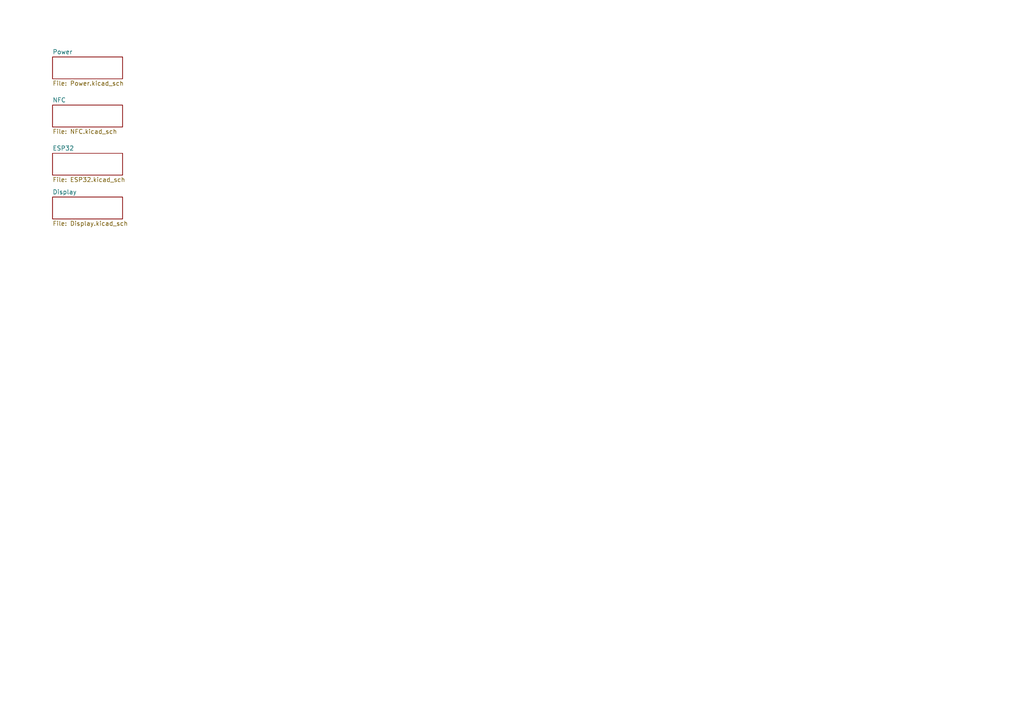
<source format=kicad_sch>
(kicad_sch
	(version 20250114)
	(generator "eeschema")
	(generator_version "9.0")
	(uuid "f4733a35-9ae9-40ca-bc69-86dc96557334")
	(paper "A4")
	(title_block
		(title "Handheld NFC transmitter")
		(date "2025-02-25")
		(rev "1")
	)
	(lib_symbols)
	(sheet
		(at 15.24 44.45)
		(size 20.32 6.35)
		(exclude_from_sim no)
		(in_bom yes)
		(on_board yes)
		(dnp no)
		(fields_autoplaced yes)
		(stroke
			(width 0.1524)
			(type solid)
		)
		(fill
			(color 0 0 0 0.0000)
		)
		(uuid "b59a840b-0db4-4dd4-af14-dad68e1751ca")
		(property "Sheetname" "ESP32"
			(at 15.24 43.7384 0)
			(effects
				(font
					(size 1.27 1.27)
				)
				(justify left bottom)
			)
		)
		(property "Sheetfile" "ESP32.kicad_sch"
			(at 15.24 51.3846 0)
			(effects
				(font
					(size 1.27 1.27)
				)
				(justify left top)
			)
		)
		(instances
			(project "RFID_Device"
				(path "/f4733a35-9ae9-40ca-bc69-86dc96557334"
					(page "2")
				)
			)
		)
	)
	(sheet
		(at 15.24 57.15)
		(size 20.32 6.35)
		(exclude_from_sim no)
		(in_bom yes)
		(on_board yes)
		(dnp no)
		(fields_autoplaced yes)
		(stroke
			(width 0.1524)
			(type solid)
		)
		(fill
			(color 0 0 0 0.0000)
		)
		(uuid "b995fd20-39e2-4c72-9eca-13ccf0f092d3")
		(property "Sheetname" "Display"
			(at 15.24 56.4384 0)
			(effects
				(font
					(size 1.27 1.27)
				)
				(justify left bottom)
			)
		)
		(property "Sheetfile" "Display.kicad_sch"
			(at 15.24 64.0846 0)
			(effects
				(font
					(size 1.27 1.27)
				)
				(justify left top)
			)
		)
		(instances
			(project "RFID_Device"
				(path "/f4733a35-9ae9-40ca-bc69-86dc96557334"
					(page "5")
				)
			)
		)
	)
	(sheet
		(at 15.24 30.48)
		(size 20.32 6.35)
		(exclude_from_sim no)
		(in_bom yes)
		(on_board yes)
		(dnp no)
		(fields_autoplaced yes)
		(stroke
			(width 0.1524)
			(type solid)
		)
		(fill
			(color 0 0 0 0.0000)
		)
		(uuid "bd53d181-5984-4184-9b7e-c59f696217b5")
		(property "Sheetname" "NFC"
			(at 15.24 29.7684 0)
			(effects
				(font
					(size 1.27 1.27)
				)
				(justify left bottom)
			)
		)
		(property "Sheetfile" "NFC.kicad_sch"
			(at 15.24 37.4146 0)
			(effects
				(font
					(size 1.27 1.27)
				)
				(justify left top)
			)
		)
		(instances
			(project "RFID_Device"
				(path "/f4733a35-9ae9-40ca-bc69-86dc96557334"
					(page "4")
				)
			)
		)
	)
	(sheet
		(at 15.24 16.51)
		(size 20.32 6.35)
		(exclude_from_sim no)
		(in_bom yes)
		(on_board yes)
		(dnp no)
		(fields_autoplaced yes)
		(stroke
			(width 0.1524)
			(type solid)
		)
		(fill
			(color 0 0 0 0.0000)
		)
		(uuid "be10ba0e-b990-4cc7-a8f3-1836137b9d74")
		(property "Sheetname" "Power"
			(at 15.24 15.7984 0)
			(effects
				(font
					(size 1.27 1.27)
				)
				(justify left bottom)
			)
		)
		(property "Sheetfile" "Power.kicad_sch"
			(at 15.24 23.4446 0)
			(effects
				(font
					(size 1.27 1.27)
				)
				(justify left top)
			)
		)
		(instances
			(project "RFID_Device"
				(path "/f4733a35-9ae9-40ca-bc69-86dc96557334"
					(page "3")
				)
			)
		)
	)
	(sheet_instances
		(path "/"
			(page "1")
		)
	)
	(embedded_fonts no)
)

</source>
